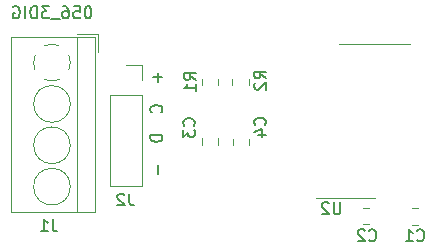
<source format=gbr>
G04 #@! TF.GenerationSoftware,KiCad,Pcbnew,5.1.5+dfsg1-2build2*
G04 #@! TF.CreationDate,2021-11-16T16:54:19-05:00*
G04 #@! TF.ProjectId,056INCH_3DIGIT,30353649-4e43-4485-9f33-44494749542e,rev?*
G04 #@! TF.SameCoordinates,Original*
G04 #@! TF.FileFunction,Legend,Bot*
G04 #@! TF.FilePolarity,Positive*
%FSLAX46Y46*%
G04 Gerber Fmt 4.6, Leading zero omitted, Abs format (unit mm)*
G04 Created by KiCad (PCBNEW 5.1.5+dfsg1-2build2) date 2021-11-16 16:54:19*
%MOMM*%
%LPD*%
G04 APERTURE LIST*
%ADD10C,0.150000*%
%ADD11C,0.120000*%
G04 APERTURE END LIST*
D10*
X110334038Y-100887280D02*
X110238800Y-100887280D01*
X110143561Y-100934900D01*
X110095942Y-100982519D01*
X110048323Y-101077757D01*
X110000704Y-101268233D01*
X110000704Y-101506328D01*
X110048323Y-101696804D01*
X110095942Y-101792042D01*
X110143561Y-101839661D01*
X110238800Y-101887280D01*
X110334038Y-101887280D01*
X110429276Y-101839661D01*
X110476895Y-101792042D01*
X110524514Y-101696804D01*
X110572133Y-101506328D01*
X110572133Y-101268233D01*
X110524514Y-101077757D01*
X110476895Y-100982519D01*
X110429276Y-100934900D01*
X110334038Y-100887280D01*
X109095942Y-100887280D02*
X109572133Y-100887280D01*
X109619752Y-101363471D01*
X109572133Y-101315852D01*
X109476895Y-101268233D01*
X109238800Y-101268233D01*
X109143561Y-101315852D01*
X109095942Y-101363471D01*
X109048323Y-101458709D01*
X109048323Y-101696804D01*
X109095942Y-101792042D01*
X109143561Y-101839661D01*
X109238800Y-101887280D01*
X109476895Y-101887280D01*
X109572133Y-101839661D01*
X109619752Y-101792042D01*
X108191180Y-100887280D02*
X108381657Y-100887280D01*
X108476895Y-100934900D01*
X108524514Y-100982519D01*
X108619752Y-101125376D01*
X108667371Y-101315852D01*
X108667371Y-101696804D01*
X108619752Y-101792042D01*
X108572133Y-101839661D01*
X108476895Y-101887280D01*
X108286419Y-101887280D01*
X108191180Y-101839661D01*
X108143561Y-101792042D01*
X108095942Y-101696804D01*
X108095942Y-101458709D01*
X108143561Y-101363471D01*
X108191180Y-101315852D01*
X108286419Y-101268233D01*
X108476895Y-101268233D01*
X108572133Y-101315852D01*
X108619752Y-101363471D01*
X108667371Y-101458709D01*
X107905466Y-101982519D02*
X107143561Y-101982519D01*
X107000704Y-100887280D02*
X106381657Y-100887280D01*
X106714990Y-101268233D01*
X106572133Y-101268233D01*
X106476895Y-101315852D01*
X106429276Y-101363471D01*
X106381657Y-101458709D01*
X106381657Y-101696804D01*
X106429276Y-101792042D01*
X106476895Y-101839661D01*
X106572133Y-101887280D01*
X106857847Y-101887280D01*
X106953085Y-101839661D01*
X107000704Y-101792042D01*
X105953085Y-101887280D02*
X105953085Y-100887280D01*
X105714990Y-100887280D01*
X105572133Y-100934900D01*
X105476895Y-101030138D01*
X105429276Y-101125376D01*
X105381657Y-101315852D01*
X105381657Y-101458709D01*
X105429276Y-101649185D01*
X105476895Y-101744423D01*
X105572133Y-101839661D01*
X105714990Y-101887280D01*
X105953085Y-101887280D01*
X104953085Y-101887280D02*
X104953085Y-100887280D01*
X103953085Y-100934900D02*
X104048323Y-100887280D01*
X104191180Y-100887280D01*
X104334038Y-100934900D01*
X104429276Y-101030138D01*
X104476895Y-101125376D01*
X104524514Y-101315852D01*
X104524514Y-101458709D01*
X104476895Y-101649185D01*
X104429276Y-101744423D01*
X104334038Y-101839661D01*
X104191180Y-101887280D01*
X104095942Y-101887280D01*
X103953085Y-101839661D01*
X103905466Y-101792042D01*
X103905466Y-101458709D01*
X104095942Y-101458709D01*
X116200228Y-106509085D02*
X116200228Y-107270990D01*
X116581180Y-106890038D02*
X115819276Y-106890038D01*
X116485942Y-109842419D02*
X116533561Y-109794800D01*
X116581180Y-109651942D01*
X116581180Y-109556704D01*
X116533561Y-109413847D01*
X116438323Y-109318609D01*
X116343085Y-109270990D01*
X116152609Y-109223371D01*
X116009752Y-109223371D01*
X115819276Y-109270990D01*
X115724038Y-109318609D01*
X115628800Y-109413847D01*
X115581180Y-109556704D01*
X115581180Y-109651942D01*
X115628800Y-109794800D01*
X115676419Y-109842419D01*
X116581180Y-111794800D02*
X115581180Y-111794800D01*
X115581180Y-112032895D01*
X115628800Y-112175752D01*
X115724038Y-112270990D01*
X115819276Y-112318609D01*
X116009752Y-112366228D01*
X116152609Y-112366228D01*
X116343085Y-112318609D01*
X116438323Y-112270990D01*
X116533561Y-112175752D01*
X116581180Y-112032895D01*
X116581180Y-111794800D01*
X116200228Y-114318609D02*
X116200228Y-115080514D01*
D11*
X114829900Y-105819900D02*
X113499900Y-105819900D01*
X114829900Y-107149900D02*
X114829900Y-105819900D01*
X114829900Y-108419900D02*
X112169900Y-108419900D01*
X112169900Y-108419900D02*
X112169900Y-116099900D01*
X114829900Y-108419900D02*
X114829900Y-116099900D01*
X114829900Y-116099900D02*
X112169900Y-116099900D01*
X123887300Y-107015648D02*
X123887300Y-107538152D01*
X122467300Y-107015648D02*
X122467300Y-107538152D01*
X121334600Y-107015648D02*
X121334600Y-107538152D01*
X119914600Y-107015648D02*
X119914600Y-107538152D01*
X123950800Y-112082948D02*
X123950800Y-112605452D01*
X122530800Y-112082948D02*
X122530800Y-112605452D01*
X121321900Y-112057548D02*
X121321900Y-112580052D01*
X119901900Y-112057548D02*
X119901900Y-112580052D01*
X134093852Y-119328000D02*
X133571348Y-119328000D01*
X134093852Y-117908000D02*
X133571348Y-117908000D01*
X138272152Y-119353400D02*
X137749648Y-119353400D01*
X138272152Y-117933400D02*
X137749648Y-117933400D01*
X111138800Y-103238600D02*
X111138800Y-104738600D01*
X109398800Y-103238600D02*
X111138800Y-103238600D01*
X103778800Y-118298600D02*
X110898800Y-118298600D01*
X103778800Y-103478600D02*
X110898800Y-103478600D01*
X110898800Y-103478600D02*
X110898800Y-118298600D01*
X103778800Y-103478600D02*
X103778800Y-118298600D01*
X109338800Y-103478600D02*
X109338800Y-118298600D01*
X108793800Y-116138600D02*
G75*
G03X108793800Y-116138600I-1555000J0D01*
G01*
X108793800Y-112638600D02*
G75*
G03X108793800Y-112638600I-1555000J0D01*
G01*
X108793800Y-109138600D02*
G75*
G03X108793800Y-109138600I-1555000J0D01*
G01*
X108794292Y-105665611D02*
G75*
G03X108670800Y-105030600I-1555492J27011D01*
G01*
X107846542Y-104206491D02*
G75*
G03X106630800Y-104206600I-607742J-1432109D01*
G01*
X105806691Y-105030858D02*
G75*
G03X105806800Y-106246600I1432109J-607742D01*
G01*
X106631058Y-107070709D02*
G75*
G03X107846800Y-107070600I607742J1432109D01*
G01*
X108670185Y-106246187D02*
G75*
G03X108793800Y-105638600I-1431385J607587D01*
G01*
X129581900Y-117130000D02*
X134581900Y-117130000D01*
X131581900Y-104070000D02*
X137581900Y-104070000D01*
D10*
X113782433Y-116724180D02*
X113782433Y-117438466D01*
X113830052Y-117581323D01*
X113925290Y-117676561D01*
X114068147Y-117724180D01*
X114163385Y-117724180D01*
X113353861Y-116819419D02*
X113306242Y-116771800D01*
X113211004Y-116724180D01*
X112972909Y-116724180D01*
X112877671Y-116771800D01*
X112830052Y-116819419D01*
X112782433Y-116914657D01*
X112782433Y-117009895D01*
X112830052Y-117152752D01*
X113401480Y-117724180D01*
X112782433Y-117724180D01*
X125369580Y-106970533D02*
X124893390Y-106637200D01*
X125369580Y-106399104D02*
X124369580Y-106399104D01*
X124369580Y-106780057D01*
X124417200Y-106875295D01*
X124464819Y-106922914D01*
X124560057Y-106970533D01*
X124702914Y-106970533D01*
X124798152Y-106922914D01*
X124845771Y-106875295D01*
X124893390Y-106780057D01*
X124893390Y-106399104D01*
X124464819Y-107351485D02*
X124417200Y-107399104D01*
X124369580Y-107494342D01*
X124369580Y-107732438D01*
X124417200Y-107827676D01*
X124464819Y-107875295D01*
X124560057Y-107922914D01*
X124655295Y-107922914D01*
X124798152Y-107875295D01*
X125369580Y-107303866D01*
X125369580Y-107922914D01*
X119426980Y-107110233D02*
X118950790Y-106776900D01*
X119426980Y-106538804D02*
X118426980Y-106538804D01*
X118426980Y-106919757D01*
X118474600Y-107014995D01*
X118522219Y-107062614D01*
X118617457Y-107110233D01*
X118760314Y-107110233D01*
X118855552Y-107062614D01*
X118903171Y-107014995D01*
X118950790Y-106919757D01*
X118950790Y-106538804D01*
X119426980Y-108062614D02*
X119426980Y-107491185D01*
X119426980Y-107776900D02*
X118426980Y-107776900D01*
X118569838Y-107681661D01*
X118665076Y-107586423D01*
X118712695Y-107491185D01*
X125261642Y-110907533D02*
X125309261Y-110859914D01*
X125356880Y-110717057D01*
X125356880Y-110621819D01*
X125309261Y-110478961D01*
X125214023Y-110383723D01*
X125118785Y-110336104D01*
X124928309Y-110288485D01*
X124785452Y-110288485D01*
X124594976Y-110336104D01*
X124499738Y-110383723D01*
X124404500Y-110478961D01*
X124356880Y-110621819D01*
X124356880Y-110717057D01*
X124404500Y-110859914D01*
X124452119Y-110907533D01*
X124690214Y-111764676D02*
X125356880Y-111764676D01*
X124309261Y-111526580D02*
X125023547Y-111288485D01*
X125023547Y-111907533D01*
X119241842Y-110971033D02*
X119289461Y-110923414D01*
X119337080Y-110780557D01*
X119337080Y-110685319D01*
X119289461Y-110542461D01*
X119194223Y-110447223D01*
X119098985Y-110399604D01*
X118908509Y-110351985D01*
X118765652Y-110351985D01*
X118575176Y-110399604D01*
X118479938Y-110447223D01*
X118384700Y-110542461D01*
X118337080Y-110685319D01*
X118337080Y-110780557D01*
X118384700Y-110923414D01*
X118432319Y-110971033D01*
X118337080Y-111304366D02*
X118337080Y-111923414D01*
X118718033Y-111590080D01*
X118718033Y-111732938D01*
X118765652Y-111828176D01*
X118813271Y-111875795D01*
X118908509Y-111923414D01*
X119146604Y-111923414D01*
X119241842Y-111875795D01*
X119289461Y-111828176D01*
X119337080Y-111732938D01*
X119337080Y-111447223D01*
X119289461Y-111351985D01*
X119241842Y-111304366D01*
X134088166Y-120664242D02*
X134135785Y-120711861D01*
X134278642Y-120759480D01*
X134373880Y-120759480D01*
X134516738Y-120711861D01*
X134611976Y-120616623D01*
X134659595Y-120521385D01*
X134707214Y-120330909D01*
X134707214Y-120188052D01*
X134659595Y-119997576D01*
X134611976Y-119902338D01*
X134516738Y-119807100D01*
X134373880Y-119759480D01*
X134278642Y-119759480D01*
X134135785Y-119807100D01*
X134088166Y-119854719D01*
X133707214Y-119854719D02*
X133659595Y-119807100D01*
X133564357Y-119759480D01*
X133326261Y-119759480D01*
X133231023Y-119807100D01*
X133183404Y-119854719D01*
X133135785Y-119949957D01*
X133135785Y-120045195D01*
X133183404Y-120188052D01*
X133754833Y-120759480D01*
X133135785Y-120759480D01*
X138152166Y-120664242D02*
X138199785Y-120711861D01*
X138342642Y-120759480D01*
X138437880Y-120759480D01*
X138580738Y-120711861D01*
X138675976Y-120616623D01*
X138723595Y-120521385D01*
X138771214Y-120330909D01*
X138771214Y-120188052D01*
X138723595Y-119997576D01*
X138675976Y-119902338D01*
X138580738Y-119807100D01*
X138437880Y-119759480D01*
X138342642Y-119759480D01*
X138199785Y-119807100D01*
X138152166Y-119854719D01*
X137199785Y-120759480D02*
X137771214Y-120759480D01*
X137485500Y-120759480D02*
X137485500Y-119759480D01*
X137580738Y-119902338D01*
X137675976Y-119997576D01*
X137771214Y-120045195D01*
X107305433Y-118921280D02*
X107305433Y-119635566D01*
X107353052Y-119778423D01*
X107448290Y-119873661D01*
X107591147Y-119921280D01*
X107686385Y-119921280D01*
X106305433Y-119921280D02*
X106876861Y-119921280D01*
X106591147Y-119921280D02*
X106591147Y-118921280D01*
X106686385Y-119064138D01*
X106781623Y-119159376D01*
X106876861Y-119206995D01*
X131653804Y-117472380D02*
X131653804Y-118281904D01*
X131606185Y-118377142D01*
X131558566Y-118424761D01*
X131463328Y-118472380D01*
X131272852Y-118472380D01*
X131177614Y-118424761D01*
X131129995Y-118377142D01*
X131082376Y-118281904D01*
X131082376Y-117472380D01*
X130653804Y-117567619D02*
X130606185Y-117520000D01*
X130510947Y-117472380D01*
X130272852Y-117472380D01*
X130177614Y-117520000D01*
X130129995Y-117567619D01*
X130082376Y-117662857D01*
X130082376Y-117758095D01*
X130129995Y-117900952D01*
X130701423Y-118472380D01*
X130082376Y-118472380D01*
M02*

</source>
